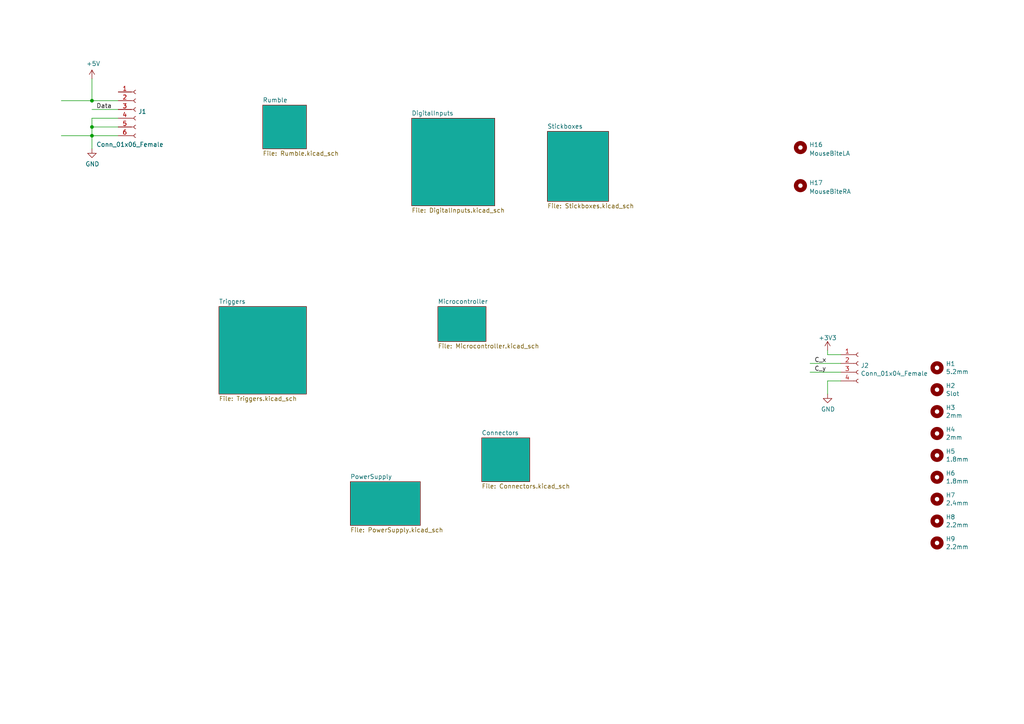
<source format=kicad_sch>
(kicad_sch (version 20211123) (generator eeschema)
  (paper "A4")
  (lib_symbols
    (symbol "Connector:Conn_01x04_Female" (pin_names (offset 1.016) hide)
      (property "Reference" "J" (at 0 5.08 0))
      (property "Value" "Conn_01x04_Female" (at 0 -7.62 0))
      (symbol "Conn_01x04_Female_1_1"
        (arc (start 0 -4.572) (mid -0.508 -5.08) (end 0 -5.588) (stroke (width 0.1524)))
        (arc (start 0 -2.032) (mid -0.508 -2.54) (end 0 -3.048) (stroke (width 0.1524)))
        (polyline (pts (xy -1.27 -5.08) (xy -0.508 -5.08)) (stroke (width 0.1524)))
        (polyline (pts (xy -1.27 -2.54) (xy -0.508 -2.54)) (stroke (width 0.1524)))
        (polyline (pts (xy -1.27 0) (xy -0.508 0)) (stroke (width 0.1524)))
        (polyline (pts (xy -1.27 2.54) (xy -0.508 2.54)) (stroke (width 0.1524)))
        (arc (start 0 0.508) (mid -0.508 0) (end 0 -0.508) (stroke (width 0.1524)))
        (arc (start 0 3.048) (mid -0.508 2.54) (end 0 2.032) (stroke (width 0.1524)))
        (pin passive line (at -5.08 2.54 0) (length 3.81) (name "Pin_1") (number "1"))
        (pin passive line (at -5.08 0 0) (length 3.81) (name "Pin_2") (number "2"))
        (pin passive line (at -5.08 -2.54 0) (length 3.81) (name "Pin_3") (number "3"))
        (pin passive line (at -5.08 -5.08 0) (length 3.81) (name "Pin_4") (number "4"))
      )
    )
    (symbol "Connector:Conn_01x06_Female" (pin_names (offset 1.016) hide)
      (property "Reference" "J" (at 0 7.62 0))
      (property "Value" "Conn_01x06_Female" (at 0 -10.16 0))
      (symbol "Conn_01x06_Female_1_1"
        (arc (start 0 -7.112) (mid -0.508 -7.62) (end 0 -8.128) (stroke (width 0.1524)))
        (arc (start 0 -4.572) (mid -0.508 -5.08) (end 0 -5.588) (stroke (width 0.1524)))
        (arc (start 0 -2.032) (mid -0.508 -2.54) (end 0 -3.048) (stroke (width 0.1524)))
        (polyline (pts (xy -1.27 -7.62) (xy -0.508 -7.62)) (stroke (width 0.1524)))
        (polyline (pts (xy -1.27 -5.08) (xy -0.508 -5.08)) (stroke (width 0.1524)))
        (polyline (pts (xy -1.27 -2.54) (xy -0.508 -2.54)) (stroke (width 0.1524)))
        (polyline (pts (xy -1.27 0) (xy -0.508 0)) (stroke (width 0.1524)))
        (polyline (pts (xy -1.27 2.54) (xy -0.508 2.54)) (stroke (width 0.1524)))
        (polyline (pts (xy -1.27 5.08) (xy -0.508 5.08)) (stroke (width 0.1524)))
        (arc (start 0 0.508) (mid -0.508 0) (end 0 -0.508) (stroke (width 0.1524)))
        (arc (start 0 3.048) (mid -0.508 2.54) (end 0 2.032) (stroke (width 0.1524)))
        (arc (start 0 5.588) (mid -0.508 5.08) (end 0 4.572) (stroke (width 0.1524)))
        (pin passive line (at -5.08 5.08 0) (length 3.81) (name "Pin_1") (number "1"))
        (pin passive line (at -5.08 2.54 0) (length 3.81) (name "Pin_2") (number "2"))
        (pin passive line (at -5.08 0 0) (length 3.81) (name "Pin_3") (number "3"))
        (pin passive line (at -5.08 -2.54 0) (length 3.81) (name "Pin_4") (number "4"))
        (pin passive line (at -5.08 -5.08 0) (length 3.81) (name "Pin_5") (number "5"))
        (pin passive line (at -5.08 -7.62 0) (length 3.81) (name "Pin_6") (number "6"))
      )
    )
    (symbol "GCC:+3.3V" (power) (pin_names (offset 0))
      (property "Value" "+3.3V" (at 0 3.556 0))
      (symbol "+3.3V_0_1"
        (polyline (pts (xy -0.762 1.27) (xy 0 2.54)))
        (polyline (pts (xy 0 0) (xy 0 2.54)))
        (polyline (pts (xy 0 2.54) (xy 0.762 1.27)))
      )
      (symbol "+3.3V_1_1"
        (pin power_in line (at 0 0 90) (length 0) hide (name "+3V3") (number "1"))
      )
    )
    (symbol "Mechanical:MountingHole" (pin_names (offset 1.016))
      (property "Reference" "H" (at 0 5.08 0))
      (property "Value" "MountingHole" (at 0 3.175 0))
      (symbol "MountingHole_0_1"
        (circle (center 0 0) (radius 1.27) (stroke (width 1.27)))
      )
    )
    (symbol "power:+5V" (power) (pin_names (offset 0))
      (property "Value" "+5V" (at 0 3.556 0))
      (symbol "+5V_0_1"
        (polyline (pts (xy -0.762 1.27) (xy 0 2.54)))
        (polyline (pts (xy 0 0) (xy 0 2.54)))
        (polyline (pts (xy 0 2.54) (xy 0.762 1.27)))
      )
      (symbol "+5V_1_1"
        (pin power_in line (at 0 0 90) (length 0) hide (name "+5V") (number "1"))
      )
    )
    (symbol "power:GND" (power) (pin_names (offset 0))
      (property "Value" "GND" (at 0 -3.81 0))
      (symbol "GND_0_1"
        (polyline (pts (xy 0 0) (xy 0 -1.27) (xy 1.27 -1.27) (xy 0 -2.54) (xy -1.27 -1.27) (xy 0 -1.27)))
      )
      (symbol "GND_1_1"
        (pin power_in line (at 0 0 270) (length 0) hide (name "GND") (number "1"))
      )
    )
  )
  (junction (at 26.67 36.83))
  (junction (at 26.67 39.37))
  (junction (at 26.67 29.21))
  (wire (pts (xy 243.84 105.41) (xy 234.95 105.41)))
  (wire (pts (xy 243.84 107.95) (xy 234.95 107.95)))
  (wire (pts (xy 34.29 36.83) (xy 26.67 36.83)))
  (wire (pts (xy 34.29 31.75) (xy 26.67 31.75)))
  (wire (pts (xy 34.29 39.37) (xy 26.67 39.37)))
  (wire (pts (xy 243.84 110.49) (xy 240.03 110.49)))
  (wire (pts (xy 243.84 102.87) (xy 240.03 102.87)))
  (wire (pts (xy 34.29 29.21) (xy 26.67 29.21)))
  (wire (pts (xy 17.78 29.21) (xy 26.67 29.21)))
  (wire (pts (xy 240.03 110.49) (xy 240.03 114.3)))
  (wire (pts (xy 26.67 34.29) (xy 26.67 36.83)))
  (wire (pts (xy 26.67 39.37) (xy 26.67 43.18)))
  (wire (pts (xy 240.03 102.87) (xy 240.03 101.6)))
  (wire (pts (xy 26.67 36.83) (xy 26.67 39.37)))
  (wire (pts (xy 26.67 29.21) (xy 26.67 22.86)))
  (wire (pts (xy 34.29 34.29) (xy 26.67 34.29)))
  (wire (pts (xy 17.78 39.37) (xy 26.67 39.37)))
  (label "C_x" (at 236.22 105.41 0))
  (label "Data" (at 27.94 31.75 0))
  (label "C_y" (at 236.22 107.95 0))
  (symbol (lib_id "power:+5V") (at 26.67 22.86 0) (unit 1)
    (property "Reference" "#PWR0113" (effects hide))
    (property "Value" "+5V" (at 27.051 18.4658 0))
  )
  (symbol (lib_id "Connector:Conn_01x06_Female") (at 39.37 31.75 0) (unit 1)
    (property "Reference" "J1" (at 40.0812 32.3596 0) (effects (justify left)))
    (property "Value" "Conn_01x06_Female" (at 27.94 41.91 0) (effects (justify left)))
    (property "Footprint" "PhobGCC_Footprints:GCC_Header_Straight_1x06_Pitch2.00mm" (effects hide))
  )
  (symbol (lib_id "Connector:Conn_01x04_Female") (at 248.92 105.41 0) (unit 1)
    (property "Reference" "J2" (at 249.6312 106.0196 0) (effects (justify left)))
    (property "Value" "Conn_01x04_Female" (at 249.6312 108.331 0) (effects (justify left)))
    (property "Footprint" "PhobGCC_Footprints:PinHeader_1x04_P2.00mm_Vertical" (effects hide))
  )
  (symbol (lib_id "power:GND") (at 240.03 114.3 0) (unit 1)
    (property "Reference" "#PWR0108" (effects hide))
    (property "Value" "GND" (at 240.157 118.6942 0))
  )
  (symbol (lib_id "power:GND") (at 26.67 43.18 0) (unit 1)
    (property "Reference" "#PWR0112" (effects hide))
    (property "Value" "GND" (at 26.797 47.5742 0))
  )
  (symbol (lib_id "Mechanical:MountingHole") (at 271.78 106.68 0) (unit 1)
    (property "Reference" "H1" (at 274.32 105.5116 0) (effects (justify left)))
    (property "Value" "5.2mm" (at 274.32 107.823 0) (effects (justify left)))
    (property "Footprint" "PhobGCC_Footprints:MountingHole_5.2mm" (effects hide))
  )
  (symbol (lib_id "Mechanical:MountingHole") (at 271.78 113.03 0) (unit 1)
    (property "Reference" "H2" (at 274.32 111.8616 0) (effects (justify left)))
    (property "Value" "Slot" (at 274.32 114.173 0) (effects (justify left)))
    (property "Footprint" "PhobGCC_Footprints:Slot" (effects hide))
  )
  (symbol (lib_id "Mechanical:MountingHole") (at 271.78 119.38 0) (unit 1)
    (property "Reference" "H3" (at 274.32 118.2116 0) (effects (justify left)))
    (property "Value" "2mm" (at 274.32 120.523 0) (effects (justify left)))
    (property "Footprint" "PhobGCC_Footprints:MountingHole_2.0mm" (effects hide))
  )
  (symbol (lib_id "Mechanical:MountingHole") (at 271.78 125.73 0) (unit 1)
    (property "Reference" "H4" (at 274.32 124.5616 0) (effects (justify left)))
    (property "Value" "2mm" (at 274.32 126.873 0) (effects (justify left)))
    (property "Footprint" "PhobGCC_Footprints:MountingHole_2.0mm" (effects hide))
  )
  (symbol (lib_id "Mechanical:MountingHole") (at 271.78 132.08 0) (unit 1)
    (property "Reference" "H5" (at 274.32 130.9116 0) (effects (justify left)))
    (property "Value" "1.8mm" (at 274.32 133.223 0) (effects (justify left)))
    (property "Footprint" "PhobGCC_Footprints:MountingHole_1.8mm" (effects hide))
  )
  (symbol (lib_id "Mechanical:MountingHole") (at 271.78 138.43 0) (unit 1)
    (property "Reference" "H6" (at 274.32 137.2616 0) (effects (justify left)))
    (property "Value" "1.8mm" (at 274.32 139.573 0) (effects (justify left)))
    (property "Footprint" "PhobGCC_Footprints:MountingHole_1.8mm" (effects hide))
  )
  (symbol (lib_id "Mechanical:MountingHole") (at 271.78 144.78 0) (unit 1)
    (property "Reference" "H7" (at 274.32 143.6116 0) (effects (justify left)))
    (property "Value" "2.4mm" (at 274.32 145.923 0) (effects (justify left)))
    (property "Footprint" "PhobGCC_Footprints:MountingHole_2.4mm" (effects hide))
  )
  (symbol (lib_id "Mechanical:MountingHole") (at 271.78 151.13 0) (unit 1)
    (property "Reference" "H8" (at 274.32 149.9616 0) (effects (justify left)))
    (property "Value" "2.2mm" (at 274.32 152.273 0) (effects (justify left)))
    (property "Footprint" "PhobGCC_Footprints:MountingHole_2.2mm" (effects hide))
  )
  (symbol (lib_id "Mechanical:MountingHole") (at 271.78 157.48 0) (unit 1)
    (property "Reference" "H9" (at 274.32 156.3116 0) (effects (justify left)))
    (property "Value" "2.2mm" (at 274.32 158.623 0) (effects (justify left)))
    (property "Footprint" "PhobGCC_Footprints:MountingHole_2.2mm" (effects hide))
  )
  (symbol (lib_id "Mechanical:MountingHole") (at 232.156 42.799 0) (unit 1)
    (property "Reference" "H16" (at 234.696 41.9643 0) (effects (justify left)))
    (property "Value" "MouseBiteLA" (at 234.696 44.5012 0) (effects (justify left)))
    (property "Footprint" "PhobGCC_Footprints:breakaway-mousebites-double" (effects hide))
  )
  (symbol (lib_id "GCC:+3.3V") (at 240.03 101.6 0) (unit 1)
    (property "Reference" "#PWR0106" (effects hide))
    (property "Value" "+3.3V" (at 240.03 97.9955 0))
  )
  (symbol (lib_id "Mechanical:MountingHole") (at 232.156 53.848 0) (unit 1)
    (property "Reference" "H17" (at 234.696 53.0133 0) (effects (justify left)))
    (property "Value" "MouseBiteRA" (at 234.696 55.5502 0) (effects (justify left)))
    (property "Footprint" "PhobGCC_Footprints:breakaway-mousebites-double" (effects hide))
  )
  (sheet (at 101.6 139.7) (size 20.32 12.7) (stroke (width 0.1524)) (fill (color 20 170 156 1.0000))
    (property "Sheet name" "PowerSupply" (at 101.6 138.9884 0) (effects (justify left bottom)))
    (property "Sheet file" "PowerSupply.kicad_sch" (at 101.6 152.9846 0) (effects (justify left top)))
  )
  (sheet (at 76.2 30.48) (size 12.7 12.7) (stroke (width 0.1524)) (fill (color 20 170 156 1.0000))
    (property "Sheet name" "Rumble" (at 76.2 29.7684 0) (effects (justify left bottom)))
    (property "Sheet file" "Rumble.kicad_sch" (at 76.2 43.7646 0) (effects (justify left top)))
  )
  (sheet (at 158.75 38.1) (size 17.78 20.32) (stroke (width 0.1524)) (fill (color 20 170 156 1.0000))
    (property "Sheet name" "Stickboxes" (at 158.75 37.3884 0) (effects (justify left bottom)))
    (property "Sheet file" "Stickboxes.kicad_sch" (at 158.75 59.0046 0) (effects (justify left top)))
  )
  (sheet (at 127 88.9) (size 13.97 10.16) (stroke (width 0.1524)) (fill (color 20 170 156 1.0000))
    (property "Sheet name" "Microcontroller" (at 127 88.1884 0) (effects (justify left bottom)))
    (property "Sheet file" "Microcontroller.kicad_sch" (at 127 99.6446 0) (effects (justify left top)))
  )
  (sheet (at 119.38 34.29) (size 24.13 25.4) (stroke (width 0.1524)) (fill (color 20 170 156 1.0000))
    (property "Sheet name" "DigitalInputs" (at 119.38 33.5784 0) (effects (justify left bottom)))
    (property "Sheet file" "DigitalInputs.kicad_sch" (at 119.38 60.2746 0) (effects (justify left top)))
  )
  (sheet (at 139.7 127) (size 13.97 12.7) (stroke (width 0.1524)) (fill (color 20 170 156 1.0000))
    (property "Sheet name" "Connectors" (at 139.7 126.2884 0) (effects (justify left bottom)))
    (property "Sheet file" "Connectors.kicad_sch" (at 139.7 140.2846 0) (effects (justify left top)))
  )
  (sheet (at 63.5 88.9) (size 25.4 25.4) (stroke (width 0.1524)) (fill (color 20 170 156 1.0000))
    (property "Sheet name" "Triggers" (at 63.5 88.1884 0) (effects (justify left bottom)))
    (property "Sheet file" "Triggers.kicad_sch" (at 63.5 114.8846 0) (effects (justify left top)))
  )
)
</source>
